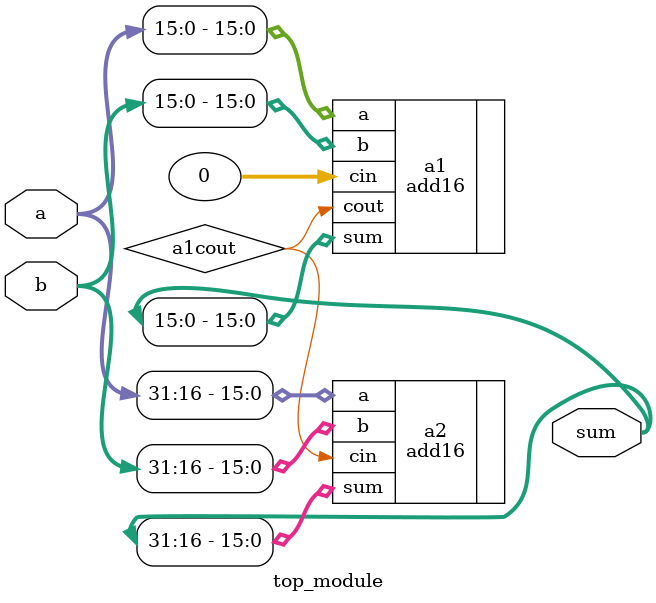
<source format=v>
module top_module(
    input [31:0] a,
    input [31:0] b,
    output [31:0] sum
);
    wire a1cout;
    add16 a1(
        .a(a[15:0]),
        .b(b[15:0]),
        .cin(0),
        .sum(sum[15:0]),
        .cout(a1cout),
    );
    add16 a2(
        .a(a[31:16]),
        .b(b[31:16]),
        .cin(a1cout),
        .sum(sum[31:16]),
    );

endmodule

</source>
